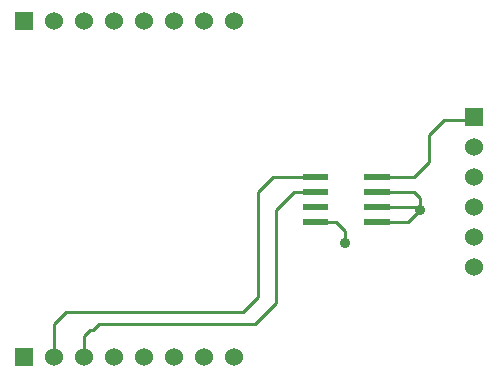
<source format=gbr>
G04 start of page 2 for group 0 idx 0 *
G04 Title: (unknown), component *
G04 Creator: pcb 20091103 *
G04 CreationDate: Sun 20 Mar 2011 03:02:04 AM GMT UTC *
G04 For: gjhurlbu *
G04 Format: Gerber/RS-274X *
G04 PCB-Dimensions: 600000 500000 *
G04 PCB-Coordinate-Origin: lower left *
%MOIN*%
%FSLAX25Y25*%
%LNFRONT*%
%ADD11C,0.0100*%
%ADD12C,0.0200*%
%ADD13C,0.0600*%
%ADD14C,0.0360*%
%ADD15R,0.0200X0.0200*%
%ADD16C,0.0380*%
G54D11*X125000Y362000D02*X136000D01*
X163000D02*X172000D01*
X177000Y367000D01*
Y376000D01*
X182000Y381000D01*
X191000D01*
X192000Y382000D01*
X163000Y347000D02*X170000D01*
X142500D02*X146000D01*
X149000Y344000D01*
Y340000D01*
X170000Y347000D02*X174000Y351000D01*
X173000Y352000D02*X174000Y351000D01*
Y355000D01*
X172000Y357000D01*
X163000D01*
Y352000D02*X173000D01*
X115000Y317000D02*X120000Y322000D01*
Y357000D01*
X119000Y313000D02*X126000Y320000D01*
Y351000D01*
X52000Y302000D02*Y313000D01*
X56000Y317000D01*
X62000Y302000D02*Y309000D01*
X64000Y311000D01*
X65000D01*
X67000Y313000D01*
X120000Y357000D02*X125000Y362000D01*
X126000Y351000D02*X132000Y357000D01*
X136000D01*
X56000Y317000D02*X115000D01*
X67000Y313000D02*X119000D01*
G54D12*G36*
X39000Y417000D02*Y411000D01*
X45000D01*
Y417000D01*
X39000D01*
G37*
G54D13*X52000Y414000D03*
X62000D03*
X72000D03*
X82000D03*
X92000D03*
X102000D03*
X112000D03*
G54D12*G36*
X189000Y385000D02*Y379000D01*
X195000D01*
Y385000D01*
X189000D01*
G37*
G54D13*X192000Y372000D03*
Y362000D03*
Y352000D03*
Y342000D03*
Y332000D03*
G54D12*G36*
X39000Y305000D02*Y299000D01*
X45000D01*
Y305000D01*
X39000D01*
G37*
G54D13*X52000Y302000D03*
X62000D03*
X72000D03*
X82000D03*
X92000D03*
X102000D03*
X112000D03*
G54D14*X174000Y351000D03*
X149000Y340000D03*
G54D15*X136000Y362000D02*X142500D01*
X136000Y357000D02*X142500D01*
X136000Y352000D02*X142500D01*
X156500D02*X163000D01*
X136000Y347000D02*X142500D01*
X156500D02*X163000D01*
X156500Y357000D02*X163000D01*
X156500Y362000D02*X163000D01*
G54D16*G54D12*M02*

</source>
